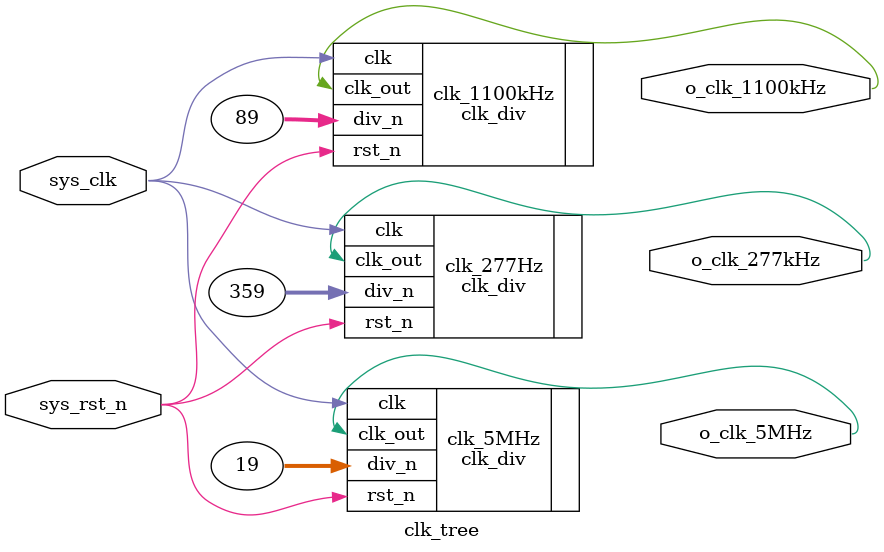
<source format=v>
module clk_tree (
    input  wire sys_clk, //100Mhz
    input  wire sys_rst_n,
    output wire o_clk_5MHz,
    output wire o_clk_277kHz,
    output wire o_clk_1100kHz
);

//clk_5MHz
clk_div clk_5MHz(
    .clk(sys_clk),
    .div_n(20-1), //100/20=5Mhz
    .rst_n(sys_rst_n),
    .clk_out(o_clk_5MHz)
);

//clk_277.7kHz
clk_div clk_277Hz(
    .clk(sys_clk),
    .div_n(360-1), //100/360=277.7kHz
    .rst_n(sys_rst_n),
    .clk_out(o_clk_277kHz)
);

//clk_1100kHz
clk_div clk_1100kHz(
    .clk(sys_clk),
    .div_n(90-1), //277.7kHz*4 for ad9226
    .rst_n(sys_rst_n),
    .clk_out(o_clk_1100kHz)
);

endmodule //clk_tree
</source>
